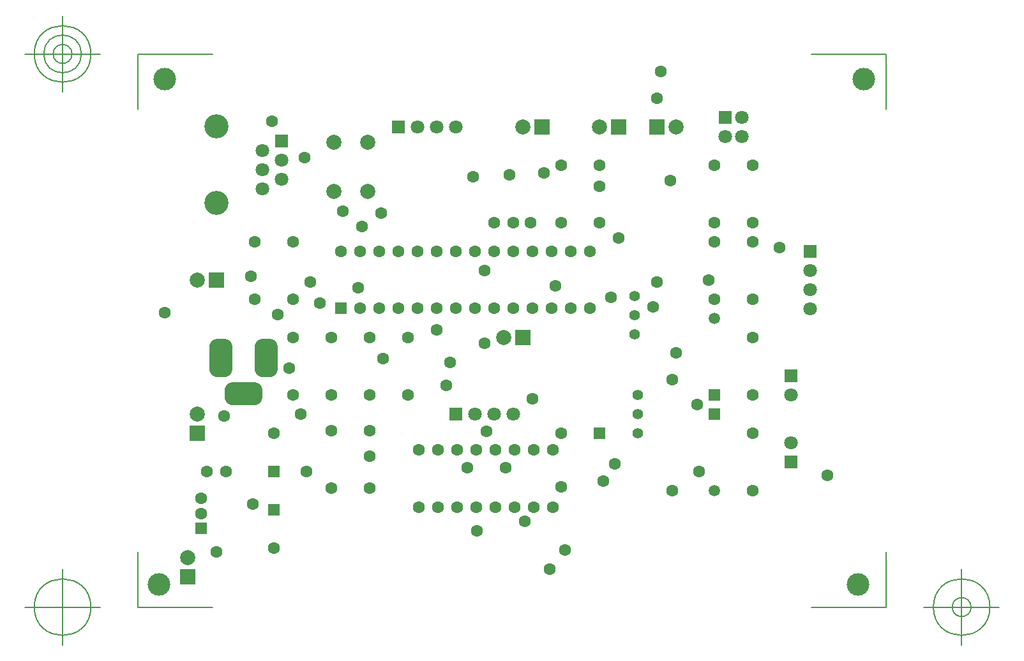
<source format=gbr>
G04 Generated by Ultiboard 14.2 *
%FSLAX34Y34*%
%MOMM*%

%ADD10C,0.0001*%
%ADD11C,0.1270*%
%ADD12R,2.0000X2.0000*%
%ADD13C,2.0000*%
%ADD14C,1.6000*%
%ADD15R,1.6000X1.6000*%
%ADD16C,1.5000*%
%ADD17R,1.5000X1.5000*%
%ADD18R,1.8000X1.8000*%
%ADD19C,1.8000*%
%ADD20C,1.4224*%
%ADD21R,1.0000X3.0000*%
%ADD22R,3.0000X1.0000*%
%ADD23C,3.2000*%
%ADD24C,3.0000*%


G04 ColorRGB 9900CC for the following layer *
%LNSolder Mask Bottom*%
%LPD*%
G54D10*
G54D11*
X-2543Y-2540D02*
X-2543Y70866D01*
X-2543Y-2540D02*
X96695Y-2540D01*
X989840Y-2540D02*
X890602Y-2540D01*
X989840Y-2540D02*
X989840Y70866D01*
X989840Y731525D02*
X989840Y658118D01*
X989840Y731525D02*
X890602Y731525D01*
X-2543Y731525D02*
X96695Y731525D01*
X-2543Y731525D02*
X-2543Y658118D01*
X-52543Y-2540D02*
X-152543Y-2540D01*
X-102543Y-52540D02*
X-102543Y47460D01*
X-140043Y-2540D02*
G75*
D01*
G02X-140043Y-2540I37500J0*
G01*
X1039840Y-2540D02*
X1139840Y-2540D01*
X1089840Y-52540D02*
X1089840Y47460D01*
X1052340Y-2540D02*
G75*
D01*
G02X1052340Y-2540I37500J0*
G01*
X1077340Y-2540D02*
G75*
D01*
G02X1077340Y-2540I12500J0*
G01*
X-52543Y731525D02*
X-152543Y731525D01*
X-102543Y681525D02*
X-102543Y781525D01*
X-140043Y731525D02*
G75*
D01*
G02X-140043Y731525I37500J0*
G01*
X-127543Y731525D02*
G75*
D01*
G02X-127543Y731525I25000J0*
G01*
X-115043Y731525D02*
G75*
D01*
G02X-115043Y731525I12500J0*
G01*
G54D12*
X63500Y38100D03*
X76200Y228600D03*
X508000Y355600D03*
X101600Y431800D03*
X685800Y635000D03*
X533400Y635000D03*
X635000Y635000D03*
G54D13*
X63500Y63500D03*
X76200Y254000D03*
X102400Y312980D02*
X112400Y312980D01*
X112400Y342980D01*
X102400Y342980D01*
X102400Y312980D01*D02*
X162400Y312980D02*
X172400Y312980D01*
X172400Y342980D01*
X162400Y342980D01*
X162400Y312980D01*D02*
X122400Y275980D02*
X152400Y275980D01*
X152400Y285980D01*
X122400Y285980D01*
X122400Y275980D01*D02*
X482600Y355600D03*
X76200Y431800D03*
X257387Y614680D03*
X257387Y549487D03*
X302260Y614680D03*
X302260Y549487D03*
X711200Y635000D03*
X508000Y635000D03*
X609600Y635000D03*
G54D14*
X543560Y48260D03*
X101600Y71120D03*
X81322Y141800D03*
X81322Y121850D03*
X177800Y76200D03*
X563880Y73660D03*
X447040Y99060D03*
X510540Y111760D03*
X370143Y206412D03*
X420943Y130212D03*
X395543Y130212D03*
X446343Y130212D03*
X497143Y130212D03*
X471743Y130212D03*
X522543Y130212D03*
X547943Y130212D03*
X522543Y206412D03*
X446343Y206412D03*
X420943Y206412D03*
X395543Y206412D03*
X497143Y206412D03*
X471743Y206412D03*
X547943Y206412D03*
X370143Y130212D03*
X149860Y134620D03*
X706120Y152400D03*
X177800Y228600D03*
X254000Y155612D03*
X254000Y231812D03*
X304800Y231812D03*
X304800Y155612D03*
X558800Y157480D03*
X614680Y165100D03*
X812800Y228600D03*
X812800Y152400D03*
X911860Y172720D03*
X88900Y177800D03*
X114300Y177800D03*
X220980Y177800D03*
X434340Y182880D03*
X485140Y182880D03*
X629920Y187960D03*
X741680Y177800D03*
X304800Y198120D03*
X459740Y231140D03*
X111760Y251460D03*
X213360Y254000D03*
X739140Y266700D03*
X203200Y355600D03*
X203200Y279400D03*
X254000Y279400D03*
X254000Y355600D03*
X304800Y279400D03*
X304800Y355600D03*
X355600Y355600D03*
X355600Y279400D03*
X406400Y292100D03*
X520700Y274320D03*
X812800Y279400D03*
X812800Y355600D03*
X706120Y299720D03*
X198120Y314960D03*
X322580Y327660D03*
X411480Y322580D03*
X457200Y347980D03*
X711200Y335280D03*
X393700Y365760D03*
X33020Y388620D03*
X182880Y386080D03*
X152400Y406400D03*
X152400Y482600D03*
X203200Y482600D03*
X203200Y406400D03*
X238760Y401320D03*
X292100Y393800D03*
X317500Y393800D03*
X342900Y393800D03*
X368300Y393800D03*
X393700Y393800D03*
X419100Y393800D03*
X444500Y393800D03*
X469900Y393800D03*
X495300Y393800D03*
X520700Y393800D03*
X546100Y393800D03*
X571500Y393800D03*
X596900Y393800D03*
X266700Y469800D03*
X292100Y469800D03*
X317500Y469800D03*
X342900Y469800D03*
X368300Y469800D03*
X393700Y469800D03*
X419100Y469800D03*
X444500Y469800D03*
X469900Y469800D03*
X495300Y469800D03*
X520700Y469800D03*
X546100Y469800D03*
X571500Y469800D03*
X596900Y469800D03*
X624840Y408940D03*
X680720Y396240D03*
X762000Y406400D03*
X762000Y482600D03*
X812800Y406400D03*
X812800Y482600D03*
X226060Y429260D03*
X289560Y421640D03*
X551180Y424180D03*
X685800Y429260D03*
X754380Y431800D03*
X147320Y436880D03*
X457200Y444500D03*
X635000Y487680D03*
X848360Y474980D03*
X294640Y502920D03*
X469900Y508000D03*
X495300Y508000D03*
X518160Y508000D03*
X558800Y584200D03*
X558800Y508000D03*
X609600Y584200D03*
X609600Y508000D03*
X762000Y508000D03*
X762000Y584200D03*
X812800Y584200D03*
X812800Y508000D03*
X269240Y523240D03*
X320040Y520700D03*
X441960Y568960D03*
X490220Y571500D03*
X609600Y556260D03*
X703580Y563880D03*
X535940Y574040D03*
X218440Y594360D03*
X175260Y642620D03*
X685800Y673100D03*
X690880Y708660D03*
X558800Y228600D03*
G54D15*
X81322Y101900D03*
X177800Y127000D03*
X177800Y177800D03*
X266700Y393800D03*
X609600Y228600D03*
G54D16*
X762000Y152400D03*
X762000Y381000D03*
G54D17*
X762000Y254000D03*
X762000Y279400D03*
G54D18*
X863600Y190500D03*
X419100Y254000D03*
X863600Y304800D03*
X889000Y469900D03*
X187960Y615950D03*
X776350Y647700D03*
X342900Y635000D03*
G54D19*
X863600Y215900D03*
X444500Y254000D03*
X469900Y254000D03*
X495300Y254000D03*
X863600Y279400D03*
X889000Y444500D03*
X889000Y419100D03*
X889000Y393700D03*
X187960Y565150D03*
X187960Y590550D03*
X162560Y552450D03*
X162560Y577850D03*
X162560Y603250D03*
X798450Y622300D03*
X776350Y622300D03*
X798450Y647700D03*
X368300Y635000D03*
X393700Y635000D03*
X419100Y635000D03*
G54D20*
X660400Y279400D03*
X660400Y228600D03*
X660400Y254000D03*
X656325Y410475D03*
X656325Y359675D03*
X656325Y385075D03*
G54D21*
X107400Y327980D03*
X167400Y327980D03*
G54D22*
X137400Y280980D03*
G54D23*
X101665Y533465D03*
X101674Y635382D03*
G54D24*
X33020Y698500D03*
X952500Y27940D03*
X25400Y27940D03*
X960120Y698500D03*

M02*

</source>
